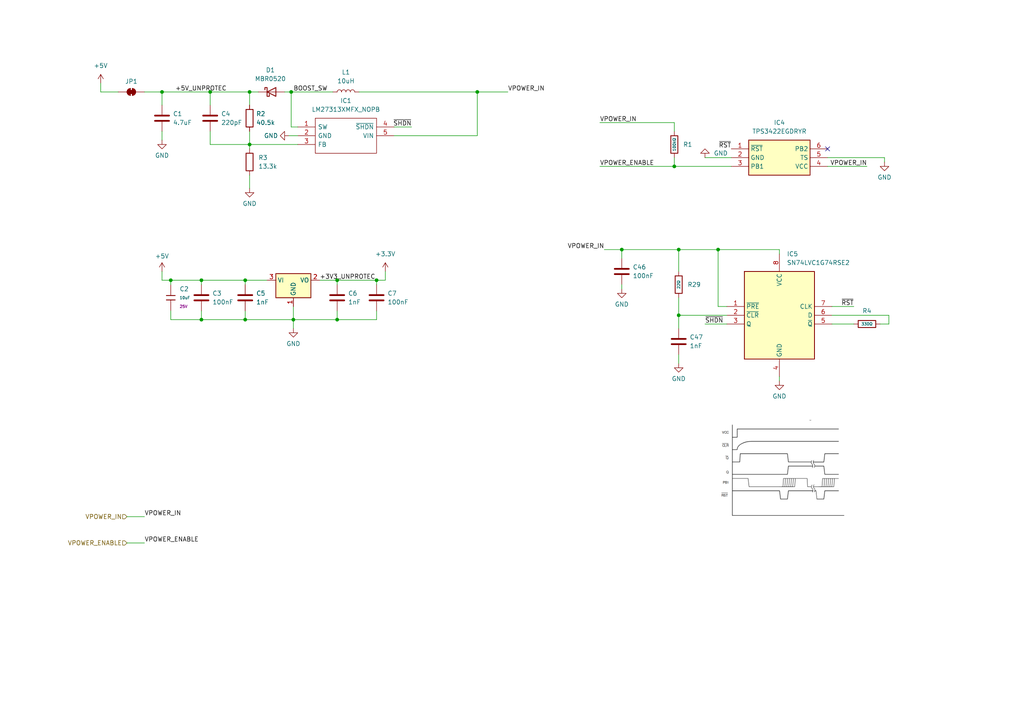
<source format=kicad_sch>
(kicad_sch (version 20250114) (generator "eeschema") (generator_version "9.0")
  (paper "A4")
  (lib_symbols
    (symbol "Device:C" (pin_numbers (hide yes)) (pin_names (offset 0.254))
      (property "Reference" "C" (at 0.635 2.54 0))
      (property "Value" "C" (at 0.635 -2.54 0))
      (symbol "C_0_1"
        (polyline (pts (xy -2.032 0.762) (xy 2.032 0.762)) (stroke (width 0.508)))
        (polyline (pts (xy -2.032 -0.762) (xy 2.032 -0.762)) (stroke (width 0.508)))
      )
      (symbol "C_1_1"
        (pin passive line (at 0 3.81 270) (length 2.794) (name "~") (number "1"))
        (pin passive line (at 0 -3.81 90) (length 2.794) (name "~") (number "2"))
      )
    )
    (symbol "Device:D_Schottky" (pin_numbers (hide yes)) (pin_names (offset 1.016) (hide yes))
      (property "Reference" "D" (at 0 2.54 0))
      (property "Value" "D_Schottky" (at 0 -2.54 0))
      (symbol "D_Schottky_0_1"
        (polyline (pts (xy -1.905 0.635) (xy -1.905 1.27) (xy -1.27 1.27) (xy -1.27 -1.27) (xy -0.635 -1.27) (xy -0.635 -0.635)) (stroke (width 0.254)))
        (polyline (pts (xy 1.27 1.27) (xy 1.27 -1.27) (xy -1.27 0) (xy 1.27 1.27)) (stroke (width 0.254)))
        (polyline (pts (xy 1.27 0) (xy -1.27 0)))
      )
      (symbol "D_Schottky_1_1"
        (pin passive line (at -3.81 0 0) (length 2.54) (name "K") (number "1"))
        (pin passive line (at 3.81 0 180) (length 2.54) (name "A") (number "2"))
      )
    )
    (symbol "Device:L" (pin_numbers (hide yes)) (pin_names (offset 1.016) (hide yes))
      (property "Reference" "L" (at -1.27 0 90))
      (property "Value" "L" (at 1.905 0 90))
      (symbol "L_0_1"
        (arc (start 0 2.54) (mid 0.6323 1.905) (end 0 1.27))
        (arc (start 0 1.27) (mid 0.6323 0.635) (end 0 0))
        (arc (start 0 0) (mid 0.6323 -0.635) (end 0 -1.27))
        (arc (start 0 -1.27) (mid 0.6323 -1.905) (end 0 -2.54))
      )
      (symbol "L_1_1"
        (pin passive line (at 0 3.81 270) (length 1.27) (name "1") (number "1"))
        (pin passive line (at 0 -3.81 90) (length 1.27) (name "2") (number "2"))
      )
    )
    (symbol "Device:R" (pin_numbers (hide yes)) (pin_names (offset 0))
      (property "Reference" "R" (at 2.032 0 90))
      (property "Value" "R" (at 0 0 90))
      (symbol "R_0_1"
        (rectangle (start -1.016 -2.54) (end 1.016 2.54) (stroke (width 0.254)))
      )
      (symbol "R_1_1"
        (pin passive line (at 0 3.81 270) (length 1.27) (name "~") (number "1"))
        (pin passive line (at 0 -3.81 90) (length 1.27) (name "~") (number "2"))
      )
    )
    (symbol "Jumper:SolderJumper_2_Bridged" (pin_numbers (hide yes)) (pin_names (offset 0) (hide yes)) (exclude_from_sim yes) (in_bom no)
      (property "Reference" "JP" (at 0 2.032 0))
      (property "Value" "SolderJumper_2_Bridged" (at 0 -2.54 0))
      (symbol "SolderJumper_2_Bridged_0_1"
        (rectangle (start -0.508 0.508) (end 0.508 -0.508) (fill (type outline)))
        (polyline (pts (xy -0.254 1.016) (xy -0.254 -1.016)))
        (arc (start -0.254 -1.016) (mid -1.2656 0) (end -0.254 1.016))
        (arc (start -0.254 -1.016) (mid -1.2656 0) (end -0.254 1.016) (fill (type outline)))
        (arc (start 0.254 1.016) (mid 1.2656 0) (end 0.254 -1.016))
        (arc (start 0.254 1.016) (mid 1.2656 0) (end 0.254 -1.016) (fill (type outline)))
        (polyline (pts (xy 0.254 1.016) (xy 0.254 -1.016)))
      )
      (symbol "SolderJumper_2_Bridged_1_1"
        (pin passive line (at -3.81 0 0) (length 2.54) (name "A") (number "1"))
        (pin passive line (at 3.81 0 180) (length 2.54) (name "B") (number "2"))
      )
    )
    (symbol "LM27313XMFX_NOPB:LM27313XMFX_NOPB" (pin_names (offset 0.762))
      (property "Reference" "IC" (at 24.13 7.62 0))
      (property "Value" "LM27313XMFX_NOPB" (at 24.13 5.08 0))
      (symbol "LM27313XMFX_NOPB_0_0"
        (pin passive line (at 0 0 0) (length 5.08) (name "SW") (number "1"))
        (pin passive line (at 0 -2.54 0) (length 5.08) (name "GND") (number "2"))
        (pin passive line (at 0 -5.08 0) (length 5.08) (name "FB") (number "3"))
        (pin passive line (at 27.94 0 180) (length 5.08) (name "~{SHDN}") (number "4"))
        (pin passive line (at 27.94 -2.54 180) (length 5.08) (name "VIN") (number "5"))
      )
      (symbol "LM27313XMFX_NOPB_0_1"
        (polyline (pts (xy 5.08 2.54) (xy 22.86 2.54) (xy 22.86 -7.62) (xy 5.08 -7.62) (xy 5.08 2.54)) (stroke (width 0.1524)))
      )
    )
    (symbol "PCM_JLCPCB-Capacitors:0603,10uF,(2)" (pin_numbers (hide yes)) (pin_names (offset 0))
      (property "Reference" "C" (at 2.032 1.668 0))
      (property "Value" "10uF" (at 2.032 -0.3782 0))
      (property "Voltage Rated" "25V" (at 2.032 -2.0462 0))
      (symbol "0603,10uF,(2)_0_1"
        (polyline (pts (xy -1.27 0.635) (xy 1.27 0.635)) (stroke (width 0.254)))
        (polyline (pts (xy -1.27 -0.635) (xy 1.27 -0.635)) (stroke (width 0.254)))
      )
      (symbol "0603,10uF,(2)_1_1"
        (pin passive line (at 0 3.81 270) (length 3.175) (name "~") (number "1"))
        (pin passive line (at 0 -3.81 90) (length 3.175) (name "~") (number "2"))
      )
    )
    (symbol "PCM_JLCPCB-Resistors:0603,100kΩ" (pin_numbers (hide yes)) (pin_names (offset 0))
      (property "Reference" "R" (at 1.778 0 0))
      (property "Value" "100kΩ" (at 0 0 90))
      (symbol "0603,100kΩ_0_1"
        (rectangle (start -1.016 2.54) (end 1.016 -2.54) (stroke (width 0.254)))
      )
      (symbol "0603,100kΩ_1_1"
        (pin passive line (at 0 3.81 270) (length 1.27) (name "~") (number "1"))
        (pin passive line (at 0 -3.81 90) (length 1.27) (name "~") (number "2"))
      )
    )
    (symbol "PCM_JLCPCB-Resistors:0603,22Ω" (pin_numbers (hide yes)) (pin_names (offset 0))
      (property "Reference" "R" (at 1.778 0 0))
      (property "Value" "22Ω" (at 0 0 90))
      (symbol "0603,22Ω_0_1"
        (rectangle (start -1.016 2.54) (end 1.016 -2.54) (stroke (width 0.254)))
      )
      (symbol "0603,22Ω_1_1"
        (pin passive line (at 0 3.81 270) (length 1.27) (name "~") (number "1"))
        (pin passive line (at 0 -3.81 90) (length 1.27) (name "~") (number "2"))
      )
    )
    (symbol "PCM_JLCPCB-Resistors:0603,330Ω" (pin_numbers (hide yes)) (pin_names (offset 0))
      (property "Reference" "R" (at 1.778 0 0))
      (property "Value" "330Ω" (at 0 0 90))
      (symbol "0603,330Ω_0_1"
        (rectangle (start -1.016 2.54) (end 1.016 -2.54) (stroke (width 0.254)))
      )
      (symbol "0603,330Ω_1_1"
        (pin passive line (at 0 3.81 270) (length 1.27) (name "~") (number "1"))
        (pin passive line (at 0 -3.81 90) (length 1.27) (name "~") (number "2"))
      )
    )
    (symbol "Regulator_Linear:AMS1117-3.3"
      (property "Reference" "U" (at -3.81 3.175 0))
      (property "Value" "AMS1117-3.3" (at 0 3.175 0))
      (symbol "AMS1117-3.3_0_1"
        (rectangle (start -5.08 -5.08) (end 5.08 1.905) (stroke (width 0.254)) (fill (type background)))
      )
      (symbol "AMS1117-3.3_1_1"
        (pin power_in line (at -7.62 0 0) (length 2.54) (name "VI") (number "3"))
        (pin power_in line (at 0 -7.62 90) (length 2.54) (name "GND") (number "1"))
        (pin power_out line (at 7.62 0 180) (length 2.54) (name "VO") (number "2"))
      )
    )
    (symbol "SN74LVC1G74RSE2:SN74LVC1G74RSE2"
      (property "Reference" "IC" (at 26.67 15.24 0))
      (property "Value" "SN74LVC1G74RSE2" (at 26.67 12.7 0))
      (symbol "SN74LVC1G74RSE2_1_1"
        (rectangle (start 5.08 10.16) (end 25.4 -15.24) (stroke (width 0.254)) (fill (type background)))
        (pin passive line (at 0 0 0) (length 5.08) (name "~{PRE}") (number "1"))
        (pin passive line (at 0 -2.54 0) (length 5.08) (name "~{CLR}") (number "2"))
        (pin passive line (at 0 -5.08 0) (length 5.08) (name "Q") (number "3"))
        (pin passive line (at 15.24 15.24 270) (length 5.08) (name "VCC") (number "8"))
        (pin passive line (at 15.24 -20.32 90) (length 5.08) (name "GND") (number "4"))
        (pin passive line (at 30.48 0 180) (length 5.08) (name "CLK") (number "7"))
        (pin passive line (at 30.48 -2.54 180) (length 5.08) (name "D") (number "6"))
        (pin passive line (at 30.48 -5.08 180) (length 5.08) (name "~{Q}") (number "5"))
      )
    )
    (symbol "power:+3.3V" (power) (pin_names (offset 0))
      (property "Value" "+3.3V" (at 0 3.556 0))
      (symbol "+3.3V_0_1"
        (polyline (pts (xy -0.762 1.27) (xy 0 2.54)))
        (polyline (pts (xy 0 2.54) (xy 0.762 1.27)))
        (polyline (pts (xy 0 0) (xy 0 2.54)))
      )
      (symbol "+3.3V_1_1"
        (pin power_in line (at 0 0 90) (length 0) (hide yes) (name "+3.3V") (number "1"))
      )
    )
    (symbol "power:+5V" (power) (pin_names (offset 0))
      (property "Value" "+5V" (at 0 3.556 0))
      (symbol "+5V_0_1"
        (polyline (pts (xy -0.762 1.27) (xy 0 2.54)))
        (polyline (pts (xy 0 2.54) (xy 0.762 1.27)))
        (polyline (pts (xy 0 0) (xy 0 2.54)))
      )
      (symbol "+5V_1_1"
        (pin power_in line (at 0 0 90) (length 0) (hide yes) (name "+5V") (number "1"))
      )
    )
    (symbol "power:GND" (power) (pin_names (offset 0))
      (property "Value" "GND" (at 0 -3.81 0))
      (symbol "GND_0_1"
        (polyline (pts (xy 0 0) (xy 0 -1.27) (xy 1.27 -1.27) (xy 0 -2.54) (xy -1.27 -1.27) (xy 0 -1.27)))
      )
      (symbol "GND_1_1"
        (pin power_in line (at 0 0 270) (length 0) (hide yes) (name "GND") (number "1"))
      )
    )
    (symbol "tps3422:TPS3422EGDRYR"
      (property "Reference" "IC" (at 24.13 7.62 0))
      (property "Value" "TPS3422EGDRYR" (at 24.13 5.08 0))
      (symbol "TPS3422EGDRYR_1_1"
        (rectangle (start 5.08 2.54) (end 22.86 -7.62) (stroke (width 0.254)) (fill (type background)))
        (pin passive line (at 0 0 0) (length 5.08) (name "~{RST}") (number "1"))
        (pin passive line (at 0 -2.54 0) (length 5.08) (name "GND") (number "2"))
        (pin passive line (at 0 -5.08 0) (length 5.08) (name "PB1") (number "3"))
        (pin passive line (at 27.94 0 180) (length 5.08) (name "PB2") (number "6"))
        (pin passive line (at 27.94 -2.54 180) (length 5.08) (name "TS") (number "5"))
        (pin passive line (at 27.94 -5.08 180) (length 5.08) (name "VCC") (number "4"))
      )
    )
  )
  (junction (at 60.96 26.67))
  (junction (at 97.79 81.28))
  (junction (at 71.12 81.28))
  (junction (at 208.28 72.39))
  (junction (at 109.22 81.28))
  (junction (at 72.39 41.91))
  (junction (at 196.85 91.44))
  (junction (at 49.53 81.28))
  (junction (at 58.42 81.28))
  (junction (at 72.39 26.67))
  (junction (at 84.455 26.67))
  (junction (at 138.43 26.67))
  (junction (at 58.42 92.71))
  (junction (at 97.79 92.71))
  (junction (at 85.09 92.71))
  (junction (at 180.34 72.39))
  (junction (at 195.58 48.26))
  (junction (at 46.99 26.67))
  (junction (at 71.12 92.71))
  (junction (at 196.85 72.39))
  (no_connect (at 240.03 43.18))
  (wire (pts (xy 196.85 91.44) (xy 210.82 91.44)))
  (wire (pts (xy 46.99 38.1) (xy 46.99 40.64)))
  (wire (pts (xy 85.09 88.9) (xy 85.09 92.71)))
  (wire (pts (xy 71.12 92.71) (xy 85.09 92.71)))
  (wire (pts (xy 72.39 41.91) (xy 86.36 41.91)))
  (wire (pts (xy 72.39 38.1) (xy 72.39 41.91)))
  (wire (pts (xy 85.09 92.71) (xy 97.79 92.71)))
  (wire (pts (xy 196.85 102.87) (xy 196.85 105.41)))
  (wire (pts (xy 180.34 72.39) (xy 196.85 72.39)))
  (wire (pts (xy 196.85 72.39) (xy 208.28 72.39)))
  (wire (pts (xy 195.58 45.72) (xy 195.58 48.26)))
  (wire (pts (xy 109.22 81.28) (xy 111.76 81.28)))
  (wire (pts (xy 46.99 81.28) (xy 49.53 81.28)))
  (wire (pts (xy 247.65 93.98) (xy 241.3 93.98)))
  (wire (pts (xy 97.79 90.17) (xy 97.79 92.71)))
  (wire (pts (xy 71.12 81.28) (xy 77.47 81.28)))
  (wire (pts (xy 49.53 81.28) (xy 58.42 81.28)))
  (wire (pts (xy 97.79 81.28) (xy 109.22 81.28)))
  (wire (pts (xy 49.53 81.28) (xy 49.53 82.55)))
  (wire (pts (xy 60.96 41.91) (xy 72.39 41.91)))
  (wire (pts (xy 60.96 30.48) (xy 60.96 26.67)))
  (wire (pts (xy 46.99 26.67) (xy 46.99 30.48)))
  (wire (pts (xy 204.47 93.98) (xy 210.82 93.98)))
  (wire (pts (xy 175.26 72.39) (xy 180.34 72.39)))
  (wire (pts (xy 84.455 26.67) (xy 84.455 36.83)))
  (wire (pts (xy 29.21 24.13) (xy 29.21 26.67)))
  (wire (pts (xy 240.03 48.26) (xy 251.46 48.26)))
  (wire (pts (xy 138.43 39.37) (xy 114.3 39.37)))
  (wire (pts (xy 29.21 26.67) (xy 34.29 26.67)))
  (wire (pts (xy 138.43 26.67) (xy 138.43 39.37)))
  (wire (pts (xy 41.91 157.48) (xy 36.83 157.48)))
  (wire (pts (xy 226.06 109.22) (xy 226.06 110.49)))
  (wire (pts (xy 85.09 92.71) (xy 85.09 95.25)))
  (wire (pts (xy 257.81 91.44) (xy 257.81 93.98)))
  (wire (pts (xy 195.58 35.56) (xy 173.99 35.56)))
  (wire (pts (xy 60.96 26.67) (xy 72.39 26.67)))
  (wire (pts (xy 72.39 43.18) (xy 72.39 41.91)))
  (wire (pts (xy 72.39 50.8) (xy 72.39 54.61)))
  (wire (pts (xy 46.99 78.74) (xy 46.99 81.28)))
  (wire (pts (xy 104.14 26.67) (xy 138.43 26.67)))
  (wire (pts (xy 180.34 72.39) (xy 180.34 74.93)))
  (wire (pts (xy 226.06 72.39) (xy 226.06 73.66)))
  (wire (pts (xy 210.82 88.9) (xy 208.28 88.9)))
  (wire (pts (xy 58.42 92.71) (xy 71.12 92.71)))
  (wire (pts (xy 83.82 39.37) (xy 86.36 39.37)))
  (wire (pts (xy 71.12 90.17) (xy 71.12 92.71)))
  (wire (pts (xy 204.47 45.72) (xy 212.09 45.72)))
  (wire (pts (xy 49.53 92.71) (xy 58.42 92.71)))
  (wire (pts (xy 60.96 38.1) (xy 60.96 41.91)))
  (wire (pts (xy 208.28 88.9) (xy 208.28 72.39)))
  (wire (pts (xy 109.22 81.28) (xy 109.22 82.55)))
  (wire (pts (xy 41.91 26.67) (xy 46.99 26.67)))
  (wire (pts (xy 195.58 48.26) (xy 173.99 48.26)))
  (wire (pts (xy 58.42 82.55) (xy 58.42 81.28)))
  (wire (pts (xy 109.22 92.71) (xy 109.22 90.17)))
  (wire (pts (xy 241.3 91.44) (xy 257.81 91.44)))
  (wire (pts (xy 195.58 35.56) (xy 195.58 38.1)))
  (wire (pts (xy 196.85 72.39) (xy 196.85 78.74)))
  (wire (pts (xy 257.81 93.98) (xy 255.27 93.98)))
  (wire (pts (xy 46.99 26.67) (xy 60.96 26.67)))
  (wire (pts (xy 196.85 86.36) (xy 196.85 91.44)))
  (wire (pts (xy 72.39 26.67) (xy 74.93 26.67)))
  (wire (pts (xy 41.91 149.86) (xy 36.83 149.86)))
  (wire (pts (xy 212.09 48.26) (xy 195.58 48.26)))
  (wire (pts (xy 71.12 81.28) (xy 71.12 82.55)))
  (wire (pts (xy 72.39 30.48) (xy 72.39 26.67)))
  (wire (pts (xy 92.71 81.28) (xy 97.79 81.28)))
  (wire (pts (xy 256.54 46.99) (xy 256.54 45.72)))
  (wire (pts (xy 82.55 26.67) (xy 84.455 26.67)))
  (wire (pts (xy 111.76 78.74) (xy 111.76 81.28)))
  (wire (pts (xy 241.3 88.9) (xy 247.65 88.9)))
  (wire (pts (xy 138.43 26.67) (xy 147.32 26.67)))
  (wire (pts (xy 196.85 91.44) (xy 196.85 95.25)))
  (wire (pts (xy 180.34 82.55) (xy 180.34 83.82)))
  (wire (pts (xy 114.3 36.83) (xy 119.38 36.83)))
  (wire (pts (xy 58.42 90.17) (xy 58.42 92.71)))
  (wire (pts (xy 84.455 36.83) (xy 86.36 36.83)))
  (wire (pts (xy 58.42 81.28) (xy 71.12 81.28)))
  (wire (pts (xy 97.79 92.71) (xy 109.22 92.71)))
  (wire (pts (xy 96.52 26.67) (xy 84.455 26.67)))
  (wire (pts (xy 208.28 72.39) (xy 226.06 72.39)))
  (wire (pts (xy 97.79 81.28) (xy 97.79 82.55)))
  (wire (pts (xy 49.53 90.17) (xy 49.53 92.71)))
  (wire (pts (xy 256.54 45.72) (xy 240.03 45.72)))
  (image (at 227.33 135.89) (scale 0.230695))
  (label "+3V3_UNPROTEC" (at 92.71 81.28 0))
  (label "VPOWER_IN" (at 173.99 35.56 0))
  (label "~{RST}" (at 212.09 43.18 180))
  (label "VPOWER_ENABLE" (at 41.91 157.48 0))
  (label "VPOWER_IN" (at 147.32 26.67 0))
  (label "VPOWER_IN" (at 41.91 149.86 0))
  (label "~{RST}" (at 247.65 88.9 180))
  (label "+5V_UNPROTEC" (at 50.8 26.67 0))
  (label "VPOWER_IN" (at 251.46 48.26 180))
  (label "VPOWER_IN" (at 175.26 72.39 180))
  (label "~{SHDN}" (at 204.47 93.98 0))
  (label "~{SHDN}" (at 119.38 36.83 180))
  (label "BOOST_SW" (at 85.09 26.67 0))
  (label "VPOWER_ENABLE" (at 173.99 48.26 0))
  (hierarchical_label "VPOWER_IN" (shape input) (at 36.83 149.86 180))
  (hierarchical_label "VPOWER_ENABLE" (shape input) (at 36.83 157.48 180))
  (symbol (lib_id "power:+3.3V") (at 111.76 78.74 0) (unit 1)
    (property "Reference" "#PWR09" (effects (hide yes)))
    (property "Value" "+3.3V" (at 111.76 73.66 0))
  )
  (symbol (lib_id "Device:C") (at 71.12 86.36 0) (unit 1)
    (property "Reference" "C5" (at 74.295 85.09 0) (effects (justify left)))
    (property "Value" "1nF" (at 74.295 87.63 0) (effects (justify left)))
    (property "Footprint" "Capacitor_SMD:C_0603_1608Metric" (effects (hide yes)))
    (property "LCSC" "C1588" (effects (hide yes)))
  )
  (symbol (lib_id "PCM_JLCPCB-Resistors:0603,330Ω") (at 251.46 93.98 90) (unit 1)
    (property "Reference" "R4" (at 251.46 90.17 90))
    (property "Value" "330Ω" (at 251.46 93.98 90) (effects (font (size 0.8 0.8))))
    (property "Footprint" "PCM_JLCPCB:R_0603" (effects (hide yes)))
    (property "Datasheet" "https://www.lcsc.com/datasheet/lcsc_datasheet_2206010116_UNI-ROYAL-Uniroyal-Elec-0603WAF3300T5E_C23138.pdf" (effects (hide yes)))
    (property "Description" "100mW Thick Film Resistors 75V ±100ppm/°C ±1% 330Ω 0603 Chip Resistor - Surface Mount ROHS" (effects (hide yes)))
    (property "LCSC" "C23138" (effects (hide yes)))
    (property "Stock" "3773066" (effects (hide yes)))
    (property "Price" "0.004USD" (effects (hide yes)))
    (property "Process" "SMT" (effects (hide yes)))
    (property "Minimum Qty" "20" (effects (hide yes)))
    (property "Attrition Qty" "10" (effects (hide yes)))
    (property "Class" "Basic Component" (effects (hide yes)))
    (property "Category" "Resistors,Chip Resistor - Surface Mount" (effects (hide yes)))
    (property "Manufacturer" "UNI-ROYAL(Uniroyal Elec)" (effects (hide yes)))
    (property "Part" "0603WAF3300T5E" (effects (hide yes)))
    (property "Resistance" "330Ω" (effects (hide yes)))
    (property "Power(Watts)" "100mW" (effects (hide yes)))
    (property "Type" "Thick Film Resistors" (effects (hide yes)))
    (property "Overload Voltage (Max)" "75V" (effects (hide yes)))
    (property "Operating Temperature Range" "-55°C~+155°C" (effects (hide yes)))
    (property "Tolerance" "±1%" (effects (hide yes)))
    (property "Temperature Coefficient" "±100ppm/°C" (effects (hide yes)))
  )
  (symbol (lib_id "power:GND") (at 256.54 46.99 0) (unit 1)
    (property "Reference" "#PWR01" (effects (hide yes)))
    (property "Value" "GND" (at 256.54 51.435 0))
  )
  (symbol (lib_id "power:GND") (at 226.06 110.49 0) (unit 1)
    (property "Reference" "#PWR076" (effects (hide yes)))
    (property "Value" "GND" (at 226.06 114.935 0))
  )
  (symbol (lib_id "Regulator_Linear:AMS1117-3.3") (at 85.09 81.28 0) (unit 1)
    (property "Reference" "U1" (effects (hide yes)))
    (property "Value" "AMS1117-3.3" (effects (hide yes)))
    (property "Footprint" "Package_TO_SOT_SMD:SOT-223-3_TabPin2" (effects (hide yes)))
    (property "Datasheet" "http://www.advanced-monolithic.com/pdf/ds1117.pdf" (effects (hide yes)))
    (property "LCSC" "C6186" (effects (hide yes)))
  )
  (symbol (lib_id "Device:C") (at 60.96 34.29 180) (unit 1)
    (property "Reference" "C4" (at 64.135 33.02 0) (effects (justify right)))
    (property "Value" "220pF" (at 64.135 35.56 0) (effects (justify right)))
    (property "Footprint" "Capacitor_SMD:C_0603_1608Metric" (effects (hide yes)))
    (property "LCSC" "C1603" (effects (hide yes)))
  )
  (symbol (lib_id "power:+5V") (at 29.21 24.13 0) (unit 1)
    (property "Reference" "#PWR03" (effects (hide yes)))
    (property "Value" "+5V" (at 29.21 19.05 0))
  )
  (symbol (lib_id "power:GND") (at 85.09 95.25 0) (unit 1)
    (property "Reference" "#PWR08" (effects (hide yes)))
    (property "Value" "GND" (at 85.09 99.695 0))
  )
  (symbol (lib_id "Device:L") (at 100.33 26.67 90) (unit 1)
    (property "Reference" "L1" (at 100.33 20.955 90))
    (property "Value" "10uH" (at 100.33 23.495 90))
    (property "Footprint" "Inductor_SMD:L_Cenker_CKCS4018" (effects (hide yes)))
    (property "LCSC" "C1035" (effects (hide yes)))
  )
  (symbol (lib_id "SN74LVC1G74RSE2:SN74LVC1G74RSE2") (at 210.82 88.9 0) (unit 1)
    (property "Reference" "IC5" (at 228.2033 73.66 0) (effects (justify left)))
    (property "Value" "SN74LVC1G74RSE2" (at 228.2033 76.2 0) (effects (justify left)))
    (property "Footprint" "parts:SN74LVC1G74RSE2" (effects (hide yes)))
    (property "Datasheet" "https://www.ti.com/lit/ds/symlink/sn74lvc1g74.pdf?ts=1717588857833&ref_url=https%253A%252F%252Fwww.ti.com%252Fproduct%252FSN74LVC1G74%252Fpart-details%252FSN74LVC1G74RSE2" (effects (hide yes)))
    (property "Description" "Flip Flop 1 Element D-Type 1 Bit Positive Edge 8-UFQFN" (effects (hide yes)))
    (property "Height" "0.6" (effects (hide yes)))
    (property "Manufacturer_Name" "Texas Instruments" (effects (hide yes)))
    (property "Manufacturer_Part_Number" "SN74LVC1G74RSE2" (effects (hide yes)))
    (property "Mouser Part Number" "595-SN74LVC1G74RSE2" (effects (hide yes)))
    (property "Mouser Price/Stock" "https://www.mouser.co.uk/ProductDetail/Texas-Instruments/SN74LVC1G74RSE2?qs=9Zb5cNRUa0bilaGmMkTSvg%3D%3D" (effects (hide yes)))
  )
  (symbol (lib_id "Jumper:SolderJumper_2_Bridged") (at 38.1 26.67 0) (unit 1)
    (property "Reference" "JP1" (at 38.1 23.622 0))
    (property "Value" "SolderJumper_2_Bridged" (effects (hide yes)))
    (property "Footprint" "Jumper:SolderJumper-2_P1.3mm_Open_TrianglePad1.0x1.5mm" (effects (hide yes)))
    (property "Description" "Solder Jumper, 2-pole, closed/bridged" (effects (hide yes)))
  )
  (symbol (lib_id "PCM_JLCPCB-Capacitors:0603,10uF,(2)") (at 49.53 86.36 0) (unit 1)
    (property "Reference" "C2" (at 52.07 83.8199 0) (effects (justify left)))
    (property "Value" "10uF" (at 52.07 86.36 0) (effects (font (size 0.8 0.8)) (justify left)))
    (property "Footprint" "PCM_JLCPCB:C_0603" (effects (hide yes)))
    (property "Datasheet" "https://www.lcsc.com/datasheet/lcsc_datasheet_2304140030_Samsung-Electro-Mechanics-CL10A106MA8NRNC_C96446.pdf" (effects (hide yes)))
    (property "Description" "25V 10uF X5R ±20% 0603 Multilayer Ceramic Capacitors MLCC - SMD/SMT ROHS" (effects (hide yes)))
    (property "LCSC" "C96446" (effects (hide yes)))
    (property "Stock" "4381331" (effects (hide yes)))
    (property "Price" "0.021USD" (effects (hide yes)))
    (property "Process" "SMT" (effects (hide yes)))
    (property "Minimum Qty" "20" (effects (hide yes)))
    (property "Attrition Qty" "8" (effects (hide yes)))
    (property "Class" "Basic Component" (effects (hide yes)))
    (property "Category" "Capacitors,Multilayer Ceramic Capacitors MLCC - SMD/SMT" (effects (hide yes)))
    (property "Manufacturer" "Samsung Electro-Mechanics" (effects (hide yes)))
    (property "Part" "CL10A106MA8NRNC" (effects (hide yes)))
    (property "Voltage Rated" "25V" (at 52.07 88.9 0) (effects (font (size 0.8 0.8)) (justify left)))
    (property "Tolerance" "±20%" (effects (hide yes)))
    (property "Capacitance" "10uF" (effects (hide yes)))
    (property "Temperature Coefficient" "X5R" (effects (hide yes)))
  )
  (symbol (lib_id "Device:R") (at 72.39 34.29 0) (unit 1)
    (property "Reference" "R2" (at 74.295 33.02 0) (effects (justify left)))
    (property "Value" "40.5k" (at 74.295 35.56 0) (effects (justify left)))
    (property "Footprint" "Resistor_SMD:R_0603_1608Metric" (effects (hide yes)))
    (property "LCSC" "C12447" (effects (hide yes)))
  )
  (symbol (lib_id "PCM_JLCPCB-Resistors:0603,22Ω") (at 196.85 82.55 0) (unit 1)
    (property "Reference" "R29" (at 199.39 82.5499 0) (effects (justify left)))
    (property "Value" "22Ω" (at 196.85 82.55 90) (effects (font (size 0.8 0.8))))
    (property "Footprint" "PCM_JLCPCB:R_0603" (effects (hide yes)))
    (property "Datasheet" "https://www.lcsc.com/datasheet/lcsc_datasheet_2206010100_UNI-ROYAL-Uniroyal-Elec-0603WAF220JT5E_C23345.pdf" (effects (hide yes)))
    (property "Description" "100mW Thick Film Resistors 75V ±100ppm/°C ±1% 22Ω 0603 Chip Resistor - Surface Mount ROHS" (effects (hide yes)))
    (property "LCSC" "C23345" (effects (hide yes)))
    (property "Stock" "1838674" (effects (hide yes)))
    (property "Price" "0.004USD" (effects (hide yes)))
    (property "Process" "SMT" (effects (hide yes)))
    (property "Minimum Qty" "20" (effects (hide yes)))
    (property "Attrition Qty" "10" (effects (hide yes)))
    (property "Class" "Basic Component" (effects (hide yes)))
    (property "Category" "Resistors,Chip Resistor - Surface Mount" (effects (hide yes)))
    (property "Manufacturer" "UNI-ROYAL(Uniroyal Elec)" (effects (hide yes)))
    (property "Part" "0603WAF220JT5E" (effects (hide yes)))
    (property "Resistance" "22Ω" (effects (hide yes)))
    (property "Power(Watts)" "100mW" (effects (hide yes)))
    (property "Type" "Thick Film Resistors" (effects (hide yes)))
    (property "Overload Voltage (Max)" "75V" (effects (hide yes)))
    (property "Operating Temperature Range" "-55°C~+155°C" (effects (hide yes)))
    (property "Tolerance" "±1%" (effects (hide yes)))
    (property "Temperature Coefficient" "±100ppm/°C" (effects (hide yes)))
  )
  (symbol (lib_id "power:GND") (at 196.85 105.41 0) (unit 1)
    (property "Reference" "#PWR077" (effects (hide yes)))
    (property "Value" "GND" (at 196.85 109.855 0))
  )
  (symbol (lib_id "power:GND") (at 204.47 45.72 180) (unit 1)
    (property "Reference" "#PWR075" (effects (hide yes)))
    (property "Value" "GND" (at 207.01 44.4499 0) (effects (justify right)))
  )
  (symbol (lib_id "power:GND") (at 83.82 39.37 270) (unit 1)
    (property "Reference" "#PWR07" (effects (hide yes)))
    (property "Value" "GND" (at 80.645 39.37 90) (effects (justify right)))
  )
  (symbol (lib_id "Device:C") (at 46.99 34.29 0) (unit 1)
    (property "Reference" "C1" (at 50.165 33.02 0) (effects (justify left)))
    (property "Value" "4.7uF" (at 50.165 35.56 0) (effects (justify left)))
    (property "Footprint" "Capacitor_SMD:C_0603_1608Metric" (effects (hide yes)))
    (property "LCSC" "C19666" (effects (hide yes)))
  )
  (symbol (lib_id "Device:C") (at 180.34 78.74 0) (unit 1)
    (property "Reference" "C46" (at 183.515 77.47 0) (effects (justify left)))
    (property "Value" "100nF" (at 183.515 80.01 0) (effects (justify left)))
    (property "Footprint" "Capacitor_SMD:C_0603_1608Metric" (effects (hide yes)))
    (property "LCSC" "C14663" (effects (hide yes)))
  )
  (symbol (lib_id "Device:C") (at 58.42 86.36 0) (unit 1)
    (property "Reference" "C3" (at 61.595 85.09 0) (effects (justify left)))
    (property "Value" "100nF" (at 61.595 87.63 0) (effects (justify left)))
    (property "Footprint" "Capacitor_SMD:C_0603_1608Metric" (effects (hide yes)))
    (property "LCSC" "C14663" (effects (hide yes)))
  )
  (symbol (lib_id "LM27313XMFX_NOPB:LM27313XMFX_NOPB") (at 86.36 36.83 0) (unit 1)
    (property "Reference" "IC1" (at 100.33 29.21 0))
    (property "Value" "LM27313XMFX_NOPB" (at 100.33 31.75 0))
    (property "Footprint" "Package_TO_SOT_SMD:SOT-23-5" (effects (hide yes)))
    (property "Datasheet" "http://www.ti.com/lit/ds/symlink/lm27313.pdf" (effects (hide yes)))
    (property "Description" "TEXAS INSTRUMENTS - LM27313XMFX/NOPB - DC/DC CONV, BUCK, 1.6MHZ, SOT-23" (effects (hide yes)))
    (property "Height" "1.45" (effects (hide yes)))
    (property "Manufacturer_Name" "Texas Instruments" (effects (hide yes)))
    (property "Manufacturer_Part_Number" "LM27313XMFX/NOPB" (effects (hide yes)))
    (property "Mouser Part Number" "926-LM27313XMFX/NOPB" (effects (hide yes)))
    (property "Mouser Price/Stock" "https://www.mouser.co.uk/ProductDetail/Texas-Instruments/LM27313XMFX-NOPB?qs=X1J7HmVL2ZECrxY19az0pg%3D%3D" (effects (hide yes)))
    (property "Arrow Part Number" "LM27313XMFX/NOPB" (effects (hide yes)))
    (property "Arrow Price/Stock" "https://www.arrow.com/en/products/lm27313xmfxnopb/texas-instruments?region=nac" (effects (hide yes)))
    (property "LCSC" "C341750" (effects (hide yes)))
  )
  (symbol (lib_id "power:GND") (at 180.34 83.82 0) (unit 1)
    (property "Reference" "#PWR010" (effects (hide yes)))
    (property "Value" "GND" (at 180.34 88.265 0))
  )
  (symbol (lib_id "power:+5V") (at 46.99 78.74 0) (unit 1)
    (property "Reference" "#PWR05" (effects (hide yes)))
    (property "Value" "+5V" (at 46.99 74.295 0))
  )
  (symbol (lib_id "power:GND") (at 72.39 54.61 0) (unit 1)
    (property "Reference" "#PWR06" (effects (hide yes)))
    (property "Value" "GND" (at 72.39 59.055 0))
  )
  (symbol (lib_id "Device:C") (at 109.22 86.36 0) (unit 1)
    (property "Reference" "C7" (at 112.395 85.09 0) (effects (justify left)))
    (property "Value" "100nF" (at 112.395 87.63 0) (effects (justify left)))
    (property "Footprint" "Capacitor_SMD:C_0603_1608Metric" (effects (hide yes)))
    (property "LCSC" "C14663" (effects (hide yes)))
  )
  (symbol (lib_id "Device:D_Schottky") (at 78.74 26.67 0) (unit 1)
    (property "Reference" "D1" (at 78.4225 20.32 0))
    (property "Value" "MBR0520" (at 78.4225 22.86 0))
    (property "Footprint" "Diode_SMD:D_0603_1608Metric" (effects (hide yes)))
    (property "LCSC" "C2858712" (effects (hide yes)))
  )
  (symbol (lib_id "Device:R") (at 72.39 46.99 180) (unit 1)
    (property "Reference" "R3" (at 74.93 45.7199 0) (effects (justify right)))
    (property "Value" "13.3k" (at 74.93 48.2599 0) (effects (justify right)))
    (property "Footprint" "Resistor_SMD:R_0603_1608Metric" (effects (hide yes)))
    (property "LCSC" "C25952" (effects (hide yes)))
  )
  (symbol (lib_id "PCM_JLCPCB-Resistors:0603,100kΩ") (at 195.58 41.91 0) (unit 1)
    (property "Reference" "R1" (at 198.12 41.9099 0) (effects (justify left)))
    (property "Value" "100kΩ" (at 195.58 41.91 90) (effects (font (size 0.8 0.8))))
    (property "Footprint" "PCM_JLCPCB:R_0603" (effects (hide yes)))
    (property "Datasheet" "https://www.lcsc.com/datasheet/lcsc_datasheet_2206010045_UNI-ROYAL-Uniroyal-Elec-0603WAF1003T5E_C25803.pdf" (effects (hide yes)))
    (property "Description" "100mW Thick Film Resistors 75V ±100ppm/°C ±1% 100kΩ 0603 Chip Resistor - Surface Mount ROHS" (effects (hide yes)))
    (property "LCSC" "C25803" (effects (hide yes)))
    (property "Stock" "7674055" (effects (hide yes)))
    (property "Price" "0.004USD" (effects (hide yes)))
    (property "Process" "SMT" (effects (hide yes)))
    (property "Minimum Qty" "20" (effects (hide yes)))
    (property "Attrition Qty" "10" (effects (hide yes)))
    (property "Class" "Basic Component" (effects (hide yes)))
    (property "Category" "Resistors,Chip Resistor - Surface Mount" (effects (hide yes)))
    (property "Manufacturer" "UNI-ROYAL(Uniroyal Elec)" (effects (hide yes)))
    (property "Part" "0603WAF1003T5E" (effects (hide yes)))
    (property "Resistance" "100kΩ" (effects (hide yes)))
    (property "Power(Watts)" "100mW" (effects (hide yes)))
    (property "Type" "Thick Film Resistors" (effects (hide yes)))
    (property "Overload Voltage (Max)" "75V" (effects (hide yes)))
    (property "Operating Temperature Range" "-55°C~+155°C" (effects (hide yes)))
    (property "Tolerance" "±1%" (effects (hide yes)))
    (property "Temperature Coefficient" "±100ppm/°C" (effects (hide yes)))
  )
  (symbol (lib_id "tps3422:TPS3422EGDRYR") (at 212.09 43.18 0) (unit 1)
    (property "Reference" "IC4" (at 226.06 35.56 0))
    (property "Value" "TPS3422EGDRYR" (at 226.06 38.1 0))
    (property "Footprint" "parts:DRY_R-PUSON-N6_" (effects (hide yes)))
    (property "Datasheet" "http://www.ti.com/lit/gpn/tps3422" (effects (hide yes)))
    (property "Description" "Single Channel Push Button Controller with Configurable Delay and Reset Pulse" (effects (hide yes)))
    (property "Manufacturer_Name" "Texas Instruments" (effects (hide yes)))
    (property "Manufacturer_Part_Number" "TPS3422EGDRYR" (effects (hide yes)))
    (property "Mouser Part Number" "595-TPS3422EGDRYR" (effects (hide yes)))
    (property "Mouser Price/Stock" "https://www.mouser.co.uk/ProductDetail/Texas-Instruments/TPS3422EGDRYR?qs=%252BrH4t%252BeVZ2OD4BsbWUMJIA%3D%3D" (effects (hide yes)))
    (property "Arrow Part Number" "TPS3422EGDRYR" (effects (hide yes)))
    (property "Arrow Price/Stock" "https://www.arrow.com/en/products/tps3422egdryr/texas-instruments?utm_currency=USD&region=nac" (effects (hide yes)))
  )
  (symbol (lib_id "Device:C") (at 196.85 99.06 0) (unit 1)
    (property "Reference" "C47" (at 200.025 97.79 0) (effects (justify left)))
    (property "Value" "1nF" (at 200.025 100.33 0) (effects (justify left)))
    (property "Footprint" "Capacitor_SMD:C_0603_1608Metric" (effects (hide yes)))
    (property "LCSC" "C1588" (effects (hide yes)))
  )
  (symbol (lib_id "Device:C") (at 97.79 86.36 0) (unit 1)
    (property "Reference" "C6" (at 100.965 85.09 0) (effects (justify left)))
    (property "Value" "1nF" (at 100.965 87.63 0) (effects (justify left)))
    (property "Footprint" "Capacitor_SMD:C_0603_1608Metric" (effects (hide yes)))
    (property "LCSC" "C1588" (effects (hide yes)))
  )
  (symbol (lib_id "power:GND") (at 46.99 40.64 0) (unit 1)
    (property "Reference" "#PWR04" (effects (hide yes)))
    (property "Value" "GND" (at 46.99 45.085 0))
  )
)
</source>
